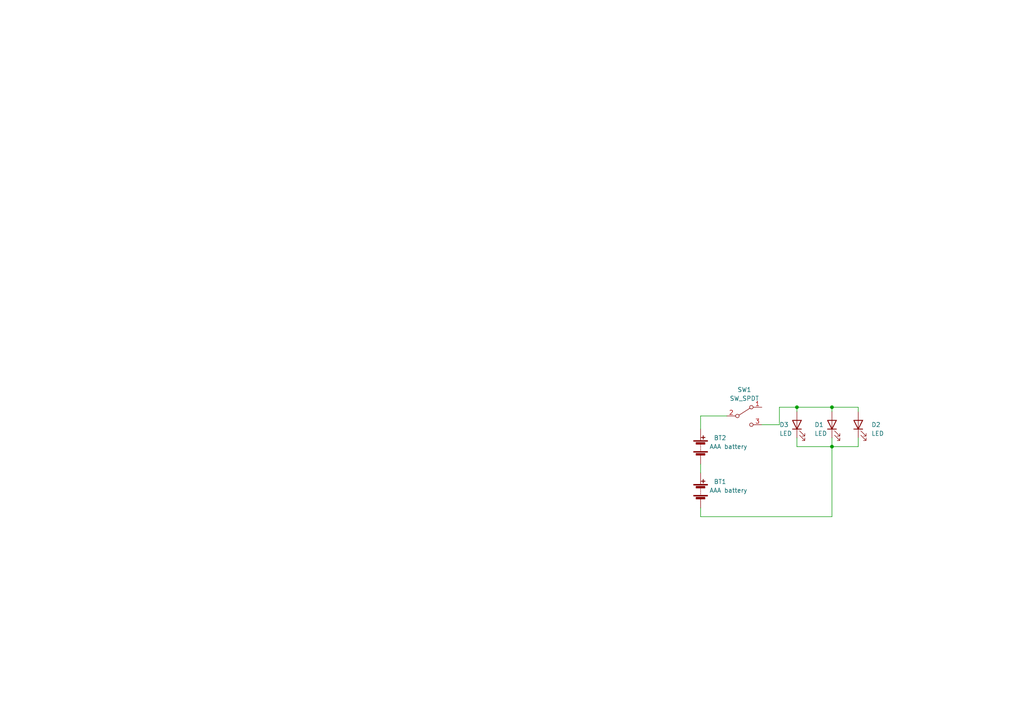
<source format=kicad_sch>
(kicad_sch (version 20231120) (generator "eeschema") (generator_version "8.0")
  (paper "A4")
  (lib_symbols
    (symbol "Device:Battery" (pin_numbers hide) (pin_names (offset 0) hide)
      (property "Reference" "BT" (at 2.54 2.54 0))
      (property "Value" "Battery" (at 2.54 0 0))
      (symbol "Battery_0_1"
        (rectangle (start -2.032 -1.397) (end 2.032 -1.651) (fill (type outline)))
        (rectangle (start -2.032 1.778) (end 2.032 1.524) (fill (type outline)))
        (rectangle (start -1.3208 -1.9812) (end 1.27 -2.4892) (fill (type outline)))
        (rectangle (start -1.3208 1.1938) (end 1.27 0.6858) (fill (type outline)))
        (polyline (pts (xy 0 -1.524) (xy 0 -1.27)))
        (polyline (pts (xy 0 -1.016) (xy 0 -0.762)))
        (polyline (pts (xy 0 -0.508) (xy 0 -0.254)))
        (polyline (pts (xy 0 0) (xy 0 0.254)))
        (polyline (pts (xy 0 0.508) (xy 0 0.762)))
        (polyline (pts (xy 0 1.778) (xy 0 2.54)))
        (polyline (pts (xy 0.254 2.667) (xy 1.27 2.667)) (stroke (width 0.254)))
        (polyline (pts (xy 0.762 3.175) (xy 0.762 2.159)) (stroke (width 0.254)))
      )
      (symbol "Battery_1_1"
        (pin passive line (at 0 5.08 270) (length 2.54) (name "+") (number "1"))
        (pin passive line (at 0 -5.08 90) (length 2.54) (name "-") (number "2"))
      )
    )
    (symbol "Device:LED" (pin_numbers hide) (pin_names (offset 1.016) hide)
      (property "Reference" "D" (at 0 2.54 0))
      (property "Value" "LED" (at 0 -2.54 0))
      (symbol "LED_0_1"
        (polyline (pts (xy -1.27 -1.27) (xy -1.27 1.27)) (stroke (width 0.254)))
        (polyline (pts (xy -1.27 0) (xy 1.27 0)))
        (polyline (pts (xy 1.27 -1.27) (xy 1.27 1.27) (xy -1.27 0) (xy 1.27 -1.27)) (stroke (width 0.254)))
        (polyline (pts (xy -3.048 -0.762) (xy -4.572 -2.286) (xy -3.81 -2.286) (xy -4.572 -2.286) (xy -4.572 -1.524)))
        (polyline (pts (xy -1.778 -0.762) (xy -3.302 -2.286) (xy -2.54 -2.286) (xy -3.302 -2.286) (xy -3.302 -1.524)))
      )
      (symbol "LED_1_1"
        (pin passive line (at -3.81 0 0) (length 2.54) (name "K") (number "1"))
        (pin passive line (at 3.81 0 180) (length 2.54) (name "A") (number "2"))
      )
    )
    (symbol "Switch:SW_SPDT" (pin_names (offset 0) hide)
      (property "Reference" "SW" (at 0 4.318 0))
      (property "Value" "SW_SPDT" (at 0 -5.08 0))
      (symbol "SW_SPDT_0_0"
        (circle (center -2.032 0) (radius 0.508))
        (circle (center 2.032 -2.54) (radius 0.508))
      )
      (symbol "SW_SPDT_0_1"
        (polyline (pts (xy -1.524 0.254) (xy 1.651 2.286)))
        (circle (center 2.032 2.54) (radius 0.508))
      )
      (symbol "SW_SPDT_1_1"
        (pin passive line (at 5.08 2.54 180) (length 2.54) (name "A") (number "1"))
        (pin passive line (at -5.08 0 0) (length 2.54) (name "B") (number "2"))
        (pin passive line (at 5.08 -2.54 180) (length 2.54) (name "C") (number "3"))
      )
    )
  )
  (junction (at 241.3 129.54))
  (junction (at 241.3 118.11))
  (junction (at 231.14 118.11))
  (wire (pts (xy 226.06 118.11) (xy 231.14 118.11)))
  (wire (pts (xy 241.3 127) (xy 241.3 129.54)))
  (wire (pts (xy 241.3 118.11) (xy 231.14 118.11)))
  (wire (pts (xy 241.3 129.54) (xy 241.3 149.86)))
  (wire (pts (xy 241.3 119.38) (xy 241.3 118.11)))
  (wire (pts (xy 231.14 119.38) (xy 231.14 118.11)))
  (wire (pts (xy 203.2 120.65) (xy 203.2 124.46)))
  (wire (pts (xy 248.92 127) (xy 248.92 129.54)))
  (wire (pts (xy 231.14 127) (xy 231.14 129.54)))
  (wire (pts (xy 248.92 129.54) (xy 241.3 129.54)))
  (wire (pts (xy 226.06 123.19) (xy 226.06 118.11)))
  (wire (pts (xy 231.14 129.54) (xy 241.3 129.54)))
  (wire (pts (xy 203.2 134.62) (xy 203.2 137.16)))
  (wire (pts (xy 220.98 123.19) (xy 226.06 123.19)))
  (wire (pts (xy 203.2 147.32) (xy 203.2 149.86)))
  (wire (pts (xy 203.2 149.86) (xy 241.3 149.86)))
  (wire (pts (xy 248.92 119.38) (xy 248.92 118.11)))
  (wire (pts (xy 248.92 118.11) (xy 241.3 118.11)))
  (wire (pts (xy 203.2 120.65) (xy 210.82 120.65)))
  (symbol (lib_id "Switch:SW_SPDT") (at 215.9 120.65 0) (unit 1)
    (property "Reference" "SW1" (at 215.9 113.03 0))
    (property "Value" "SW_SPDT" (at 215.9 115.57 0))
    (property "Footprint" "Button_Switch_THT:SW_MHSS1105_SPST_Angled" (effects (hide yes)))
  )
  (symbol (lib_id "Device:LED") (at 248.92 123.19 90) (unit 1)
    (property "Reference" "D2" (at 252.73 123.19 90) (effects (justify right)))
    (property "Value" "LED" (at 252.73 125.73 90) (effects (justify right)))
    (property "Footprint" "LED_THT:LED_D5.0mm_Horizontal_O1.27mm_Z3.0mm" (effects (hide yes)))
  )
  (symbol (lib_id "Device:Battery") (at 203.2 142.24 0) (unit 1)
    (property "Reference" "BT1" (at 207.01 139.7 0) (effects (justify left)))
    (property "Value" "AAA battery" (at 205.74 142.24 0) (effects (justify left)))
    (property "Footprint" "Battery:BatteryHolder_Keystone_2466_1xAAA" (effects (hide yes)))
  )
  (symbol (lib_id "Device:LED") (at 231.14 123.19 90) (unit 1)
    (property "Reference" "D3" (at 226.06 123.19 90) (effects (justify right)))
    (property "Value" "LED" (at 226.06 125.73 90) (effects (justify right)))
    (property "Footprint" "LED_THT:LED_D5.0mm_Horizontal_O1.27mm_Z3.0mm" (effects (hide yes)))
  )
  (symbol (lib_id "Device:Battery") (at 203.2 129.54 0) (unit 1)
    (property "Reference" "BT2" (at 207.01 127 0) (effects (justify left)))
    (property "Value" "AAA battery" (at 205.74 129.54 0) (effects (justify left)))
    (property "Footprint" "Battery:BatteryHolder_Keystone_2466_1xAAA" (effects (hide yes)))
  )
  (symbol (lib_id "Device:LED") (at 241.3 123.19 90) (unit 1)
    (property "Reference" "D1" (at 236.22 123.19 90) (effects (justify right)))
    (property "Value" "LED" (at 236.22 125.73 90) (effects (justify right)))
    (property "Footprint" "LED_THT:LED_D5.0mm_Horizontal_O1.27mm_Z3.0mm" (effects (hide yes)))
  )
)
</source>
